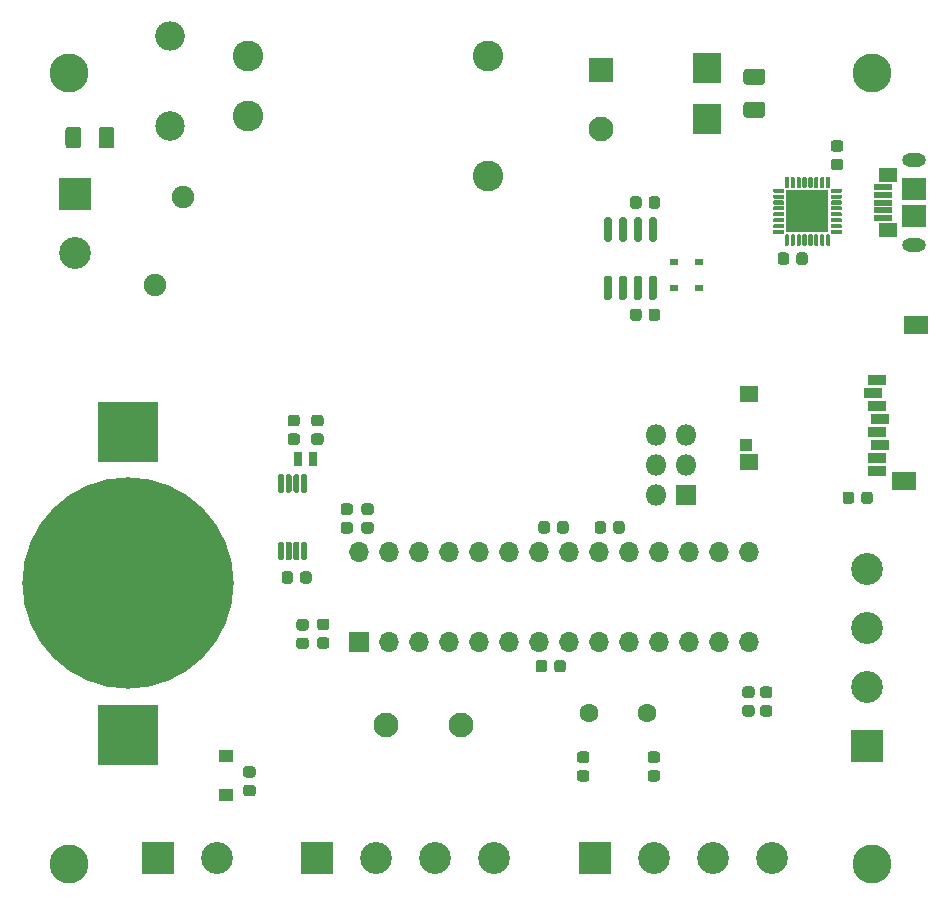
<source format=gbr>
%TF.GenerationSoftware,KiCad,Pcbnew,(5.1.6)-1*%
%TF.CreationDate,2021-11-03T21:47:23-07:00*%
%TF.ProjectId,well-monitor,77656c6c-2d6d-46f6-9e69-746f722e6b69,rev?*%
%TF.SameCoordinates,Original*%
%TF.FileFunction,Soldermask,Top*%
%TF.FilePolarity,Negative*%
%FSLAX46Y46*%
G04 Gerber Fmt 4.6, Leading zero omitted, Abs format (unit mm)*
G04 Created by KiCad (PCBNEW (5.1.6)-1) date 2021-11-03 21:47:23*
%MOMM*%
%LPD*%
G01*
G04 APERTURE LIST*
%ADD10O,2.500000X2.500000*%
%ADD11C,2.500000*%
%ADD12C,3.300000*%
%ADD13R,1.550000X1.250000*%
%ADD14O,2.000000X1.150000*%
%ADD15R,2.000000X1.850000*%
%ADD16R,1.500000X0.500000*%
%ADD17C,2.700000*%
%ADD18R,2.700000X2.700000*%
%ADD19C,17.900000*%
%ADD20R,5.200000X5.200000*%
%ADD21C,1.900000*%
%ADD22R,2.400000X2.600000*%
%ADD23C,2.100000*%
%ADD24R,2.100000X2.100000*%
%ADD25C,1.600000*%
%ADD26R,0.700000X1.300000*%
%ADD27R,3.550000X3.550000*%
%ADD28C,2.600000*%
%ADD29R,1.598600X0.912800*%
%ADD30R,1.039800X1.090600*%
%ADD31R,1.497000X1.395400*%
%ADD32R,2.005000X1.497000*%
%ADD33O,1.800000X1.800000*%
%ADD34R,1.800000X1.800000*%
%ADD35R,1.300000X1.000000*%
%ADD36R,0.700000X0.550000*%
%ADD37O,1.700000X1.700000*%
%ADD38R,1.700000X1.700000*%
G04 APERTURE END LIST*
D10*
%TO.C,R6*%
X108500000Y-45880000D03*
D11*
X108500000Y-53500000D03*
%TD*%
%TO.C,C15*%
G36*
G01*
X157345000Y-51475000D02*
X158655000Y-51475000D01*
G75*
G02*
X158925000Y-51745000I0J-270000D01*
G01*
X158925000Y-52555000D01*
G75*
G02*
X158655000Y-52825000I-270000J0D01*
G01*
X157345000Y-52825000D01*
G75*
G02*
X157075000Y-52555000I0J270000D01*
G01*
X157075000Y-51745000D01*
G75*
G02*
X157345000Y-51475000I270000J0D01*
G01*
G37*
G36*
G01*
X157345000Y-48675000D02*
X158655000Y-48675000D01*
G75*
G02*
X158925000Y-48945000I0J-270000D01*
G01*
X158925000Y-49755000D01*
G75*
G02*
X158655000Y-50025000I-270000J0D01*
G01*
X157345000Y-50025000D01*
G75*
G02*
X157075000Y-49755000I0J270000D01*
G01*
X157075000Y-48945000D01*
G75*
G02*
X157345000Y-48675000I270000J0D01*
G01*
G37*
%TD*%
D12*
%TO.C,H4*%
X100000000Y-116000000D03*
%TD*%
%TO.C,H3*%
X168000000Y-116000000D03*
%TD*%
%TO.C,H2*%
X168000000Y-49000000D03*
%TD*%
%TO.C,H1*%
X100000000Y-49000000D03*
%TD*%
D13*
%TO.C,J6*%
X169320000Y-62320000D03*
X169320000Y-57680000D03*
D14*
X171550000Y-56425000D03*
X171550000Y-63575000D03*
D15*
X171550000Y-61125000D03*
D16*
X168900000Y-60000000D03*
X168900000Y-59350000D03*
X168900000Y-58700000D03*
X168900000Y-61300000D03*
X168900000Y-60650000D03*
D15*
X171550000Y-58875000D03*
%TD*%
D17*
%TO.C,J8*%
X112500000Y-115500000D03*
D18*
X107500000Y-115500000D03*
%TD*%
D17*
%TO.C,J5*%
X100500000Y-64250000D03*
D18*
X100500000Y-59250000D03*
%TD*%
D17*
%TO.C,J3*%
X159500000Y-115500000D03*
X154500000Y-115500000D03*
X149500000Y-115500000D03*
D18*
X144500000Y-115500000D03*
%TD*%
D17*
%TO.C,J2*%
X136000000Y-115500000D03*
X131000000Y-115500000D03*
X126000000Y-115500000D03*
D18*
X121000000Y-115500000D03*
%TD*%
D17*
%TO.C,J1*%
X167500000Y-91000000D03*
X167500000Y-96000000D03*
X167500000Y-101000000D03*
D18*
X167500000Y-106000000D03*
%TD*%
D19*
%TO.C,BT1*%
X105000000Y-92250000D03*
D20*
X105000000Y-105050000D03*
X105000000Y-79450000D03*
%TD*%
D21*
%TO.C,RV1*%
X109650000Y-59500000D03*
X107250000Y-67000000D03*
%TD*%
D22*
%TO.C,D5*%
X154000000Y-52900000D03*
X154000000Y-48600000D03*
%TD*%
D23*
%TO.C,C16*%
X145000000Y-53750000D03*
D24*
X145000000Y-48750000D03*
%TD*%
D25*
%TO.C,Y2*%
X148880000Y-103250000D03*
X144000000Y-103250000D03*
%TD*%
D26*
%TO.C,Y1*%
X119400000Y-81750000D03*
X120600000Y-81750000D03*
%TD*%
%TO.C,U5*%
G36*
G01*
X119747512Y-88725000D02*
X119997512Y-88725000D01*
G75*
G02*
X120122512Y-88850000I0J-125000D01*
G01*
X120122512Y-90175000D01*
G75*
G02*
X119997512Y-90300000I-125000J0D01*
G01*
X119747512Y-90300000D01*
G75*
G02*
X119622512Y-90175000I0J125000D01*
G01*
X119622512Y-88850000D01*
G75*
G02*
X119747512Y-88725000I125000J0D01*
G01*
G37*
G36*
G01*
X119097512Y-88725000D02*
X119347512Y-88725000D01*
G75*
G02*
X119472512Y-88850000I0J-125000D01*
G01*
X119472512Y-90175000D01*
G75*
G02*
X119347512Y-90300000I-125000J0D01*
G01*
X119097512Y-90300000D01*
G75*
G02*
X118972512Y-90175000I0J125000D01*
G01*
X118972512Y-88850000D01*
G75*
G02*
X119097512Y-88725000I125000J0D01*
G01*
G37*
G36*
G01*
X118447512Y-88725000D02*
X118697512Y-88725000D01*
G75*
G02*
X118822512Y-88850000I0J-125000D01*
G01*
X118822512Y-90175000D01*
G75*
G02*
X118697512Y-90300000I-125000J0D01*
G01*
X118447512Y-90300000D01*
G75*
G02*
X118322512Y-90175000I0J125000D01*
G01*
X118322512Y-88850000D01*
G75*
G02*
X118447512Y-88725000I125000J0D01*
G01*
G37*
G36*
G01*
X117797512Y-88725000D02*
X118047512Y-88725000D01*
G75*
G02*
X118172512Y-88850000I0J-125000D01*
G01*
X118172512Y-90175000D01*
G75*
G02*
X118047512Y-90300000I-125000J0D01*
G01*
X117797512Y-90300000D01*
G75*
G02*
X117672512Y-90175000I0J125000D01*
G01*
X117672512Y-88850000D01*
G75*
G02*
X117797512Y-88725000I125000J0D01*
G01*
G37*
G36*
G01*
X117797512Y-83000000D02*
X118047512Y-83000000D01*
G75*
G02*
X118172512Y-83125000I0J-125000D01*
G01*
X118172512Y-84450000D01*
G75*
G02*
X118047512Y-84575000I-125000J0D01*
G01*
X117797512Y-84575000D01*
G75*
G02*
X117672512Y-84450000I0J125000D01*
G01*
X117672512Y-83125000D01*
G75*
G02*
X117797512Y-83000000I125000J0D01*
G01*
G37*
G36*
G01*
X118447512Y-83000000D02*
X118697512Y-83000000D01*
G75*
G02*
X118822512Y-83125000I0J-125000D01*
G01*
X118822512Y-84450000D01*
G75*
G02*
X118697512Y-84575000I-125000J0D01*
G01*
X118447512Y-84575000D01*
G75*
G02*
X118322512Y-84450000I0J125000D01*
G01*
X118322512Y-83125000D01*
G75*
G02*
X118447512Y-83000000I125000J0D01*
G01*
G37*
G36*
G01*
X119097512Y-83000000D02*
X119347512Y-83000000D01*
G75*
G02*
X119472512Y-83125000I0J-125000D01*
G01*
X119472512Y-84450000D01*
G75*
G02*
X119347512Y-84575000I-125000J0D01*
G01*
X119097512Y-84575000D01*
G75*
G02*
X118972512Y-84450000I0J125000D01*
G01*
X118972512Y-83125000D01*
G75*
G02*
X119097512Y-83000000I125000J0D01*
G01*
G37*
G36*
G01*
X119747512Y-83000000D02*
X119997512Y-83000000D01*
G75*
G02*
X120122512Y-83125000I0J-125000D01*
G01*
X120122512Y-84450000D01*
G75*
G02*
X119997512Y-84575000I-125000J0D01*
G01*
X119747512Y-84575000D01*
G75*
G02*
X119622512Y-84450000I0J125000D01*
G01*
X119622512Y-83125000D01*
G75*
G02*
X119747512Y-83000000I125000J0D01*
G01*
G37*
%TD*%
%TO.C,U4*%
G36*
G01*
X149230000Y-66200000D02*
X149580000Y-66200000D01*
G75*
G02*
X149755000Y-66375000I0J-175000D01*
G01*
X149755000Y-68075000D01*
G75*
G02*
X149580000Y-68250000I-175000J0D01*
G01*
X149230000Y-68250000D01*
G75*
G02*
X149055000Y-68075000I0J175000D01*
G01*
X149055000Y-66375000D01*
G75*
G02*
X149230000Y-66200000I175000J0D01*
G01*
G37*
G36*
G01*
X147960000Y-66200000D02*
X148310000Y-66200000D01*
G75*
G02*
X148485000Y-66375000I0J-175000D01*
G01*
X148485000Y-68075000D01*
G75*
G02*
X148310000Y-68250000I-175000J0D01*
G01*
X147960000Y-68250000D01*
G75*
G02*
X147785000Y-68075000I0J175000D01*
G01*
X147785000Y-66375000D01*
G75*
G02*
X147960000Y-66200000I175000J0D01*
G01*
G37*
G36*
G01*
X146690000Y-66200000D02*
X147040000Y-66200000D01*
G75*
G02*
X147215000Y-66375000I0J-175000D01*
G01*
X147215000Y-68075000D01*
G75*
G02*
X147040000Y-68250000I-175000J0D01*
G01*
X146690000Y-68250000D01*
G75*
G02*
X146515000Y-68075000I0J175000D01*
G01*
X146515000Y-66375000D01*
G75*
G02*
X146690000Y-66200000I175000J0D01*
G01*
G37*
G36*
G01*
X145420000Y-66200000D02*
X145770000Y-66200000D01*
G75*
G02*
X145945000Y-66375000I0J-175000D01*
G01*
X145945000Y-68075000D01*
G75*
G02*
X145770000Y-68250000I-175000J0D01*
G01*
X145420000Y-68250000D01*
G75*
G02*
X145245000Y-68075000I0J175000D01*
G01*
X145245000Y-66375000D01*
G75*
G02*
X145420000Y-66200000I175000J0D01*
G01*
G37*
G36*
G01*
X145420000Y-61250000D02*
X145770000Y-61250000D01*
G75*
G02*
X145945000Y-61425000I0J-175000D01*
G01*
X145945000Y-63125000D01*
G75*
G02*
X145770000Y-63300000I-175000J0D01*
G01*
X145420000Y-63300000D01*
G75*
G02*
X145245000Y-63125000I0J175000D01*
G01*
X145245000Y-61425000D01*
G75*
G02*
X145420000Y-61250000I175000J0D01*
G01*
G37*
G36*
G01*
X146690000Y-61250000D02*
X147040000Y-61250000D01*
G75*
G02*
X147215000Y-61425000I0J-175000D01*
G01*
X147215000Y-63125000D01*
G75*
G02*
X147040000Y-63300000I-175000J0D01*
G01*
X146690000Y-63300000D01*
G75*
G02*
X146515000Y-63125000I0J175000D01*
G01*
X146515000Y-61425000D01*
G75*
G02*
X146690000Y-61250000I175000J0D01*
G01*
G37*
G36*
G01*
X147960000Y-61250000D02*
X148310000Y-61250000D01*
G75*
G02*
X148485000Y-61425000I0J-175000D01*
G01*
X148485000Y-63125000D01*
G75*
G02*
X148310000Y-63300000I-175000J0D01*
G01*
X147960000Y-63300000D01*
G75*
G02*
X147785000Y-63125000I0J175000D01*
G01*
X147785000Y-61425000D01*
G75*
G02*
X147960000Y-61250000I175000J0D01*
G01*
G37*
G36*
G01*
X149230000Y-61250000D02*
X149580000Y-61250000D01*
G75*
G02*
X149755000Y-61425000I0J-175000D01*
G01*
X149755000Y-63125000D01*
G75*
G02*
X149580000Y-63300000I-175000J0D01*
G01*
X149230000Y-63300000D01*
G75*
G02*
X149055000Y-63125000I0J175000D01*
G01*
X149055000Y-61425000D01*
G75*
G02*
X149230000Y-61250000I175000J0D01*
G01*
G37*
%TD*%
D27*
%TO.C,U3*%
X162500000Y-60750000D03*
G36*
G01*
X160462500Y-62675000D02*
X159662500Y-62675000D01*
G75*
G02*
X159575000Y-62587500I0J87500D01*
G01*
X159575000Y-62412500D01*
G75*
G02*
X159662500Y-62325000I87500J0D01*
G01*
X160462500Y-62325000D01*
G75*
G02*
X160550000Y-62412500I0J-87500D01*
G01*
X160550000Y-62587500D01*
G75*
G02*
X160462500Y-62675000I-87500J0D01*
G01*
G37*
G36*
G01*
X160462500Y-62175000D02*
X159662500Y-62175000D01*
G75*
G02*
X159575000Y-62087500I0J87500D01*
G01*
X159575000Y-61912500D01*
G75*
G02*
X159662500Y-61825000I87500J0D01*
G01*
X160462500Y-61825000D01*
G75*
G02*
X160550000Y-61912500I0J-87500D01*
G01*
X160550000Y-62087500D01*
G75*
G02*
X160462500Y-62175000I-87500J0D01*
G01*
G37*
G36*
G01*
X160462500Y-61675000D02*
X159662500Y-61675000D01*
G75*
G02*
X159575000Y-61587500I0J87500D01*
G01*
X159575000Y-61412500D01*
G75*
G02*
X159662500Y-61325000I87500J0D01*
G01*
X160462500Y-61325000D01*
G75*
G02*
X160550000Y-61412500I0J-87500D01*
G01*
X160550000Y-61587500D01*
G75*
G02*
X160462500Y-61675000I-87500J0D01*
G01*
G37*
G36*
G01*
X160462500Y-61175000D02*
X159662500Y-61175000D01*
G75*
G02*
X159575000Y-61087500I0J87500D01*
G01*
X159575000Y-60912500D01*
G75*
G02*
X159662500Y-60825000I87500J0D01*
G01*
X160462500Y-60825000D01*
G75*
G02*
X160550000Y-60912500I0J-87500D01*
G01*
X160550000Y-61087500D01*
G75*
G02*
X160462500Y-61175000I-87500J0D01*
G01*
G37*
G36*
G01*
X160462500Y-60675000D02*
X159662500Y-60675000D01*
G75*
G02*
X159575000Y-60587500I0J87500D01*
G01*
X159575000Y-60412500D01*
G75*
G02*
X159662500Y-60325000I87500J0D01*
G01*
X160462500Y-60325000D01*
G75*
G02*
X160550000Y-60412500I0J-87500D01*
G01*
X160550000Y-60587500D01*
G75*
G02*
X160462500Y-60675000I-87500J0D01*
G01*
G37*
G36*
G01*
X160462500Y-60175000D02*
X159662500Y-60175000D01*
G75*
G02*
X159575000Y-60087500I0J87500D01*
G01*
X159575000Y-59912500D01*
G75*
G02*
X159662500Y-59825000I87500J0D01*
G01*
X160462500Y-59825000D01*
G75*
G02*
X160550000Y-59912500I0J-87500D01*
G01*
X160550000Y-60087500D01*
G75*
G02*
X160462500Y-60175000I-87500J0D01*
G01*
G37*
G36*
G01*
X160462500Y-59675000D02*
X159662500Y-59675000D01*
G75*
G02*
X159575000Y-59587500I0J87500D01*
G01*
X159575000Y-59412500D01*
G75*
G02*
X159662500Y-59325000I87500J0D01*
G01*
X160462500Y-59325000D01*
G75*
G02*
X160550000Y-59412500I0J-87500D01*
G01*
X160550000Y-59587500D01*
G75*
G02*
X160462500Y-59675000I-87500J0D01*
G01*
G37*
G36*
G01*
X160462500Y-59175000D02*
X159662500Y-59175000D01*
G75*
G02*
X159575000Y-59087500I0J87500D01*
G01*
X159575000Y-58912500D01*
G75*
G02*
X159662500Y-58825000I87500J0D01*
G01*
X160462500Y-58825000D01*
G75*
G02*
X160550000Y-58912500I0J-87500D01*
G01*
X160550000Y-59087500D01*
G75*
G02*
X160462500Y-59175000I-87500J0D01*
G01*
G37*
G36*
G01*
X160837500Y-58800000D02*
X160662500Y-58800000D01*
G75*
G02*
X160575000Y-58712500I0J87500D01*
G01*
X160575000Y-57912500D01*
G75*
G02*
X160662500Y-57825000I87500J0D01*
G01*
X160837500Y-57825000D01*
G75*
G02*
X160925000Y-57912500I0J-87500D01*
G01*
X160925000Y-58712500D01*
G75*
G02*
X160837500Y-58800000I-87500J0D01*
G01*
G37*
G36*
G01*
X161337500Y-58800000D02*
X161162500Y-58800000D01*
G75*
G02*
X161075000Y-58712500I0J87500D01*
G01*
X161075000Y-57912500D01*
G75*
G02*
X161162500Y-57825000I87500J0D01*
G01*
X161337500Y-57825000D01*
G75*
G02*
X161425000Y-57912500I0J-87500D01*
G01*
X161425000Y-58712500D01*
G75*
G02*
X161337500Y-58800000I-87500J0D01*
G01*
G37*
G36*
G01*
X161837500Y-58800000D02*
X161662500Y-58800000D01*
G75*
G02*
X161575000Y-58712500I0J87500D01*
G01*
X161575000Y-57912500D01*
G75*
G02*
X161662500Y-57825000I87500J0D01*
G01*
X161837500Y-57825000D01*
G75*
G02*
X161925000Y-57912500I0J-87500D01*
G01*
X161925000Y-58712500D01*
G75*
G02*
X161837500Y-58800000I-87500J0D01*
G01*
G37*
G36*
G01*
X162337500Y-58800000D02*
X162162500Y-58800000D01*
G75*
G02*
X162075000Y-58712500I0J87500D01*
G01*
X162075000Y-57912500D01*
G75*
G02*
X162162500Y-57825000I87500J0D01*
G01*
X162337500Y-57825000D01*
G75*
G02*
X162425000Y-57912500I0J-87500D01*
G01*
X162425000Y-58712500D01*
G75*
G02*
X162337500Y-58800000I-87500J0D01*
G01*
G37*
G36*
G01*
X162837500Y-58800000D02*
X162662500Y-58800000D01*
G75*
G02*
X162575000Y-58712500I0J87500D01*
G01*
X162575000Y-57912500D01*
G75*
G02*
X162662500Y-57825000I87500J0D01*
G01*
X162837500Y-57825000D01*
G75*
G02*
X162925000Y-57912500I0J-87500D01*
G01*
X162925000Y-58712500D01*
G75*
G02*
X162837500Y-58800000I-87500J0D01*
G01*
G37*
G36*
G01*
X163337500Y-58800000D02*
X163162500Y-58800000D01*
G75*
G02*
X163075000Y-58712500I0J87500D01*
G01*
X163075000Y-57912500D01*
G75*
G02*
X163162500Y-57825000I87500J0D01*
G01*
X163337500Y-57825000D01*
G75*
G02*
X163425000Y-57912500I0J-87500D01*
G01*
X163425000Y-58712500D01*
G75*
G02*
X163337500Y-58800000I-87500J0D01*
G01*
G37*
G36*
G01*
X163837500Y-58800000D02*
X163662500Y-58800000D01*
G75*
G02*
X163575000Y-58712500I0J87500D01*
G01*
X163575000Y-57912500D01*
G75*
G02*
X163662500Y-57825000I87500J0D01*
G01*
X163837500Y-57825000D01*
G75*
G02*
X163925000Y-57912500I0J-87500D01*
G01*
X163925000Y-58712500D01*
G75*
G02*
X163837500Y-58800000I-87500J0D01*
G01*
G37*
G36*
G01*
X164337500Y-58800000D02*
X164162500Y-58800000D01*
G75*
G02*
X164075000Y-58712500I0J87500D01*
G01*
X164075000Y-57912500D01*
G75*
G02*
X164162500Y-57825000I87500J0D01*
G01*
X164337500Y-57825000D01*
G75*
G02*
X164425000Y-57912500I0J-87500D01*
G01*
X164425000Y-58712500D01*
G75*
G02*
X164337500Y-58800000I-87500J0D01*
G01*
G37*
G36*
G01*
X165337500Y-59175000D02*
X164537500Y-59175000D01*
G75*
G02*
X164450000Y-59087500I0J87500D01*
G01*
X164450000Y-58912500D01*
G75*
G02*
X164537500Y-58825000I87500J0D01*
G01*
X165337500Y-58825000D01*
G75*
G02*
X165425000Y-58912500I0J-87500D01*
G01*
X165425000Y-59087500D01*
G75*
G02*
X165337500Y-59175000I-87500J0D01*
G01*
G37*
G36*
G01*
X165337500Y-59675000D02*
X164537500Y-59675000D01*
G75*
G02*
X164450000Y-59587500I0J87500D01*
G01*
X164450000Y-59412500D01*
G75*
G02*
X164537500Y-59325000I87500J0D01*
G01*
X165337500Y-59325000D01*
G75*
G02*
X165425000Y-59412500I0J-87500D01*
G01*
X165425000Y-59587500D01*
G75*
G02*
X165337500Y-59675000I-87500J0D01*
G01*
G37*
G36*
G01*
X165337500Y-60175000D02*
X164537500Y-60175000D01*
G75*
G02*
X164450000Y-60087500I0J87500D01*
G01*
X164450000Y-59912500D01*
G75*
G02*
X164537500Y-59825000I87500J0D01*
G01*
X165337500Y-59825000D01*
G75*
G02*
X165425000Y-59912500I0J-87500D01*
G01*
X165425000Y-60087500D01*
G75*
G02*
X165337500Y-60175000I-87500J0D01*
G01*
G37*
G36*
G01*
X165337500Y-60675000D02*
X164537500Y-60675000D01*
G75*
G02*
X164450000Y-60587500I0J87500D01*
G01*
X164450000Y-60412500D01*
G75*
G02*
X164537500Y-60325000I87500J0D01*
G01*
X165337500Y-60325000D01*
G75*
G02*
X165425000Y-60412500I0J-87500D01*
G01*
X165425000Y-60587500D01*
G75*
G02*
X165337500Y-60675000I-87500J0D01*
G01*
G37*
G36*
G01*
X165337500Y-61175000D02*
X164537500Y-61175000D01*
G75*
G02*
X164450000Y-61087500I0J87500D01*
G01*
X164450000Y-60912500D01*
G75*
G02*
X164537500Y-60825000I87500J0D01*
G01*
X165337500Y-60825000D01*
G75*
G02*
X165425000Y-60912500I0J-87500D01*
G01*
X165425000Y-61087500D01*
G75*
G02*
X165337500Y-61175000I-87500J0D01*
G01*
G37*
G36*
G01*
X165337500Y-61675000D02*
X164537500Y-61675000D01*
G75*
G02*
X164450000Y-61587500I0J87500D01*
G01*
X164450000Y-61412500D01*
G75*
G02*
X164537500Y-61325000I87500J0D01*
G01*
X165337500Y-61325000D01*
G75*
G02*
X165425000Y-61412500I0J-87500D01*
G01*
X165425000Y-61587500D01*
G75*
G02*
X165337500Y-61675000I-87500J0D01*
G01*
G37*
G36*
G01*
X165337500Y-62175000D02*
X164537500Y-62175000D01*
G75*
G02*
X164450000Y-62087500I0J87500D01*
G01*
X164450000Y-61912500D01*
G75*
G02*
X164537500Y-61825000I87500J0D01*
G01*
X165337500Y-61825000D01*
G75*
G02*
X165425000Y-61912500I0J-87500D01*
G01*
X165425000Y-62087500D01*
G75*
G02*
X165337500Y-62175000I-87500J0D01*
G01*
G37*
G36*
G01*
X165337500Y-62675000D02*
X164537500Y-62675000D01*
G75*
G02*
X164450000Y-62587500I0J87500D01*
G01*
X164450000Y-62412500D01*
G75*
G02*
X164537500Y-62325000I87500J0D01*
G01*
X165337500Y-62325000D01*
G75*
G02*
X165425000Y-62412500I0J-87500D01*
G01*
X165425000Y-62587500D01*
G75*
G02*
X165337500Y-62675000I-87500J0D01*
G01*
G37*
G36*
G01*
X164337500Y-63675000D02*
X164162500Y-63675000D01*
G75*
G02*
X164075000Y-63587500I0J87500D01*
G01*
X164075000Y-62787500D01*
G75*
G02*
X164162500Y-62700000I87500J0D01*
G01*
X164337500Y-62700000D01*
G75*
G02*
X164425000Y-62787500I0J-87500D01*
G01*
X164425000Y-63587500D01*
G75*
G02*
X164337500Y-63675000I-87500J0D01*
G01*
G37*
G36*
G01*
X163837500Y-63675000D02*
X163662500Y-63675000D01*
G75*
G02*
X163575000Y-63587500I0J87500D01*
G01*
X163575000Y-62787500D01*
G75*
G02*
X163662500Y-62700000I87500J0D01*
G01*
X163837500Y-62700000D01*
G75*
G02*
X163925000Y-62787500I0J-87500D01*
G01*
X163925000Y-63587500D01*
G75*
G02*
X163837500Y-63675000I-87500J0D01*
G01*
G37*
G36*
G01*
X163337500Y-63675000D02*
X163162500Y-63675000D01*
G75*
G02*
X163075000Y-63587500I0J87500D01*
G01*
X163075000Y-62787500D01*
G75*
G02*
X163162500Y-62700000I87500J0D01*
G01*
X163337500Y-62700000D01*
G75*
G02*
X163425000Y-62787500I0J-87500D01*
G01*
X163425000Y-63587500D01*
G75*
G02*
X163337500Y-63675000I-87500J0D01*
G01*
G37*
G36*
G01*
X162837500Y-63675000D02*
X162662500Y-63675000D01*
G75*
G02*
X162575000Y-63587500I0J87500D01*
G01*
X162575000Y-62787500D01*
G75*
G02*
X162662500Y-62700000I87500J0D01*
G01*
X162837500Y-62700000D01*
G75*
G02*
X162925000Y-62787500I0J-87500D01*
G01*
X162925000Y-63587500D01*
G75*
G02*
X162837500Y-63675000I-87500J0D01*
G01*
G37*
G36*
G01*
X162337500Y-63675000D02*
X162162500Y-63675000D01*
G75*
G02*
X162075000Y-63587500I0J87500D01*
G01*
X162075000Y-62787500D01*
G75*
G02*
X162162500Y-62700000I87500J0D01*
G01*
X162337500Y-62700000D01*
G75*
G02*
X162425000Y-62787500I0J-87500D01*
G01*
X162425000Y-63587500D01*
G75*
G02*
X162337500Y-63675000I-87500J0D01*
G01*
G37*
G36*
G01*
X161837500Y-63675000D02*
X161662500Y-63675000D01*
G75*
G02*
X161575000Y-63587500I0J87500D01*
G01*
X161575000Y-62787500D01*
G75*
G02*
X161662500Y-62700000I87500J0D01*
G01*
X161837500Y-62700000D01*
G75*
G02*
X161925000Y-62787500I0J-87500D01*
G01*
X161925000Y-63587500D01*
G75*
G02*
X161837500Y-63675000I-87500J0D01*
G01*
G37*
G36*
G01*
X161337500Y-63675000D02*
X161162500Y-63675000D01*
G75*
G02*
X161075000Y-63587500I0J87500D01*
G01*
X161075000Y-62787500D01*
G75*
G02*
X161162500Y-62700000I87500J0D01*
G01*
X161337500Y-62700000D01*
G75*
G02*
X161425000Y-62787500I0J-87500D01*
G01*
X161425000Y-63587500D01*
G75*
G02*
X161337500Y-63675000I-87500J0D01*
G01*
G37*
G36*
G01*
X160837500Y-63675000D02*
X160662500Y-63675000D01*
G75*
G02*
X160575000Y-63587500I0J87500D01*
G01*
X160575000Y-62787500D01*
G75*
G02*
X160662500Y-62700000I87500J0D01*
G01*
X160837500Y-62700000D01*
G75*
G02*
X160925000Y-62787500I0J-87500D01*
G01*
X160925000Y-63587500D01*
G75*
G02*
X160837500Y-63675000I-87500J0D01*
G01*
G37*
%TD*%
D28*
%TO.C,U2*%
X135410000Y-47590000D03*
X115090000Y-52670000D03*
X115090000Y-47590000D03*
X135410000Y-57750000D03*
%TD*%
D23*
%TO.C,SW1*%
X133200000Y-104250000D03*
X126800000Y-104250000D03*
%TD*%
%TO.C,R5*%
G36*
G01*
X158718750Y-102550000D02*
X159281250Y-102550000D01*
G75*
G02*
X159525000Y-102793750I0J-243750D01*
G01*
X159525000Y-103281250D01*
G75*
G02*
X159281250Y-103525000I-243750J0D01*
G01*
X158718750Y-103525000D01*
G75*
G02*
X158475000Y-103281250I0J243750D01*
G01*
X158475000Y-102793750D01*
G75*
G02*
X158718750Y-102550000I243750J0D01*
G01*
G37*
G36*
G01*
X158718750Y-100975000D02*
X159281250Y-100975000D01*
G75*
G02*
X159525000Y-101218750I0J-243750D01*
G01*
X159525000Y-101706250D01*
G75*
G02*
X159281250Y-101950000I-243750J0D01*
G01*
X158718750Y-101950000D01*
G75*
G02*
X158475000Y-101706250I0J243750D01*
G01*
X158475000Y-101218750D01*
G75*
G02*
X158718750Y-100975000I243750J0D01*
G01*
G37*
%TD*%
%TO.C,R4*%
G36*
G01*
X123218750Y-87050000D02*
X123781250Y-87050000D01*
G75*
G02*
X124025000Y-87293750I0J-243750D01*
G01*
X124025000Y-87781250D01*
G75*
G02*
X123781250Y-88025000I-243750J0D01*
G01*
X123218750Y-88025000D01*
G75*
G02*
X122975000Y-87781250I0J243750D01*
G01*
X122975000Y-87293750D01*
G75*
G02*
X123218750Y-87050000I243750J0D01*
G01*
G37*
G36*
G01*
X123218750Y-85475000D02*
X123781250Y-85475000D01*
G75*
G02*
X124025000Y-85718750I0J-243750D01*
G01*
X124025000Y-86206250D01*
G75*
G02*
X123781250Y-86450000I-243750J0D01*
G01*
X123218750Y-86450000D01*
G75*
G02*
X122975000Y-86206250I0J243750D01*
G01*
X122975000Y-85718750D01*
G75*
G02*
X123218750Y-85475000I243750J0D01*
G01*
G37*
%TD*%
%TO.C,R3*%
G36*
G01*
X125531250Y-86450000D02*
X124968750Y-86450000D01*
G75*
G02*
X124725000Y-86206250I0J243750D01*
G01*
X124725000Y-85718750D01*
G75*
G02*
X124968750Y-85475000I243750J0D01*
G01*
X125531250Y-85475000D01*
G75*
G02*
X125775000Y-85718750I0J-243750D01*
G01*
X125775000Y-86206250D01*
G75*
G02*
X125531250Y-86450000I-243750J0D01*
G01*
G37*
G36*
G01*
X125531250Y-88025000D02*
X124968750Y-88025000D01*
G75*
G02*
X124725000Y-87781250I0J243750D01*
G01*
X124725000Y-87293750D01*
G75*
G02*
X124968750Y-87050000I243750J0D01*
G01*
X125531250Y-87050000D01*
G75*
G02*
X125775000Y-87293750I0J-243750D01*
G01*
X125775000Y-87781250D01*
G75*
G02*
X125531250Y-88025000I-243750J0D01*
G01*
G37*
%TD*%
%TO.C,R2*%
G36*
G01*
X119468750Y-96837500D02*
X120031250Y-96837500D01*
G75*
G02*
X120275000Y-97081250I0J-243750D01*
G01*
X120275000Y-97568750D01*
G75*
G02*
X120031250Y-97812500I-243750J0D01*
G01*
X119468750Y-97812500D01*
G75*
G02*
X119225000Y-97568750I0J243750D01*
G01*
X119225000Y-97081250D01*
G75*
G02*
X119468750Y-96837500I243750J0D01*
G01*
G37*
G36*
G01*
X119468750Y-95262500D02*
X120031250Y-95262500D01*
G75*
G02*
X120275000Y-95506250I0J-243750D01*
G01*
X120275000Y-95993750D01*
G75*
G02*
X120031250Y-96237500I-243750J0D01*
G01*
X119468750Y-96237500D01*
G75*
G02*
X119225000Y-95993750I0J243750D01*
G01*
X119225000Y-95506250D01*
G75*
G02*
X119468750Y-95262500I243750J0D01*
G01*
G37*
%TD*%
%TO.C,R1*%
G36*
G01*
X114968750Y-109300000D02*
X115531250Y-109300000D01*
G75*
G02*
X115775000Y-109543750I0J-243750D01*
G01*
X115775000Y-110031250D01*
G75*
G02*
X115531250Y-110275000I-243750J0D01*
G01*
X114968750Y-110275000D01*
G75*
G02*
X114725000Y-110031250I0J243750D01*
G01*
X114725000Y-109543750D01*
G75*
G02*
X114968750Y-109300000I243750J0D01*
G01*
G37*
G36*
G01*
X114968750Y-107725000D02*
X115531250Y-107725000D01*
G75*
G02*
X115775000Y-107968750I0J-243750D01*
G01*
X115775000Y-108456250D01*
G75*
G02*
X115531250Y-108700000I-243750J0D01*
G01*
X114968750Y-108700000D01*
G75*
G02*
X114725000Y-108456250I0J243750D01*
G01*
X114725000Y-107968750D01*
G75*
G02*
X114968750Y-107725000I243750J0D01*
G01*
G37*
%TD*%
D29*
%TO.C,J7*%
X168415400Y-75059999D03*
X168015401Y-76159999D03*
X168415400Y-77259999D03*
X168615400Y-78360000D03*
X168415400Y-79460000D03*
X168615400Y-80560000D03*
X168415400Y-81659884D03*
X168415400Y-82759884D03*
D30*
X157330401Y-80560064D03*
D31*
X157555400Y-81950000D03*
X157555400Y-76250000D03*
D32*
X170705401Y-83549999D03*
X171705402Y-70400001D03*
%TD*%
D33*
%TO.C,J4*%
X149710000Y-79670000D03*
X152250000Y-79670000D03*
X149710000Y-82210000D03*
X152250000Y-82210000D03*
X149710000Y-84750000D03*
D34*
X152250000Y-84750000D03*
%TD*%
%TO.C,F1*%
G36*
G01*
X101025000Y-53845000D02*
X101025000Y-55155000D01*
G75*
G02*
X100755000Y-55425000I-270000J0D01*
G01*
X99945000Y-55425000D01*
G75*
G02*
X99675000Y-55155000I0J270000D01*
G01*
X99675000Y-53845000D01*
G75*
G02*
X99945000Y-53575000I270000J0D01*
G01*
X100755000Y-53575000D01*
G75*
G02*
X101025000Y-53845000I0J-270000D01*
G01*
G37*
G36*
G01*
X103825000Y-53845000D02*
X103825000Y-55155000D01*
G75*
G02*
X103555000Y-55425000I-270000J0D01*
G01*
X102745000Y-55425000D01*
G75*
G02*
X102475000Y-55155000I0J270000D01*
G01*
X102475000Y-53845000D01*
G75*
G02*
X102745000Y-53575000I270000J0D01*
G01*
X103555000Y-53575000D01*
G75*
G02*
X103825000Y-53845000I0J-270000D01*
G01*
G37*
%TD*%
%TO.C,D4*%
G36*
G01*
X157781250Y-101950000D02*
X157218750Y-101950000D01*
G75*
G02*
X156975000Y-101706250I0J243750D01*
G01*
X156975000Y-101218750D01*
G75*
G02*
X157218750Y-100975000I243750J0D01*
G01*
X157781250Y-100975000D01*
G75*
G02*
X158025000Y-101218750I0J-243750D01*
G01*
X158025000Y-101706250D01*
G75*
G02*
X157781250Y-101950000I-243750J0D01*
G01*
G37*
G36*
G01*
X157781250Y-103525000D02*
X157218750Y-103525000D01*
G75*
G02*
X156975000Y-103281250I0J243750D01*
G01*
X156975000Y-102793750D01*
G75*
G02*
X157218750Y-102550000I243750J0D01*
G01*
X157781250Y-102550000D01*
G75*
G02*
X158025000Y-102793750I0J-243750D01*
G01*
X158025000Y-103281250D01*
G75*
G02*
X157781250Y-103525000I-243750J0D01*
G01*
G37*
%TD*%
D35*
%TO.C,D3*%
X113250000Y-106850000D03*
X113250000Y-110150000D03*
%TD*%
D36*
%TO.C,D2*%
X153300000Y-65000000D03*
X151200000Y-65000000D03*
%TD*%
%TO.C,D1*%
X153300000Y-67250000D03*
X151200000Y-67250000D03*
%TD*%
%TO.C,C14*%
G36*
G01*
X149218750Y-108050000D02*
X149781250Y-108050000D01*
G75*
G02*
X150025000Y-108293750I0J-243750D01*
G01*
X150025000Y-108781250D01*
G75*
G02*
X149781250Y-109025000I-243750J0D01*
G01*
X149218750Y-109025000D01*
G75*
G02*
X148975000Y-108781250I0J243750D01*
G01*
X148975000Y-108293750D01*
G75*
G02*
X149218750Y-108050000I243750J0D01*
G01*
G37*
G36*
G01*
X149218750Y-106475000D02*
X149781250Y-106475000D01*
G75*
G02*
X150025000Y-106718750I0J-243750D01*
G01*
X150025000Y-107206250D01*
G75*
G02*
X149781250Y-107450000I-243750J0D01*
G01*
X149218750Y-107450000D01*
G75*
G02*
X148975000Y-107206250I0J243750D01*
G01*
X148975000Y-106718750D01*
G75*
G02*
X149218750Y-106475000I243750J0D01*
G01*
G37*
%TD*%
%TO.C,C13*%
G36*
G01*
X143781250Y-107450000D02*
X143218750Y-107450000D01*
G75*
G02*
X142975000Y-107206250I0J243750D01*
G01*
X142975000Y-106718750D01*
G75*
G02*
X143218750Y-106475000I243750J0D01*
G01*
X143781250Y-106475000D01*
G75*
G02*
X144025000Y-106718750I0J-243750D01*
G01*
X144025000Y-107206250D01*
G75*
G02*
X143781250Y-107450000I-243750J0D01*
G01*
G37*
G36*
G01*
X143781250Y-109025000D02*
X143218750Y-109025000D01*
G75*
G02*
X142975000Y-108781250I0J243750D01*
G01*
X142975000Y-108293750D01*
G75*
G02*
X143218750Y-108050000I243750J0D01*
G01*
X143781250Y-108050000D01*
G75*
G02*
X144025000Y-108293750I0J-243750D01*
G01*
X144025000Y-108781250D01*
G75*
G02*
X143781250Y-109025000I-243750J0D01*
G01*
G37*
%TD*%
%TO.C,C12*%
G36*
G01*
X119550000Y-92031250D02*
X119550000Y-91468750D01*
G75*
G02*
X119793750Y-91225000I243750J0D01*
G01*
X120281250Y-91225000D01*
G75*
G02*
X120525000Y-91468750I0J-243750D01*
G01*
X120525000Y-92031250D01*
G75*
G02*
X120281250Y-92275000I-243750J0D01*
G01*
X119793750Y-92275000D01*
G75*
G02*
X119550000Y-92031250I0J243750D01*
G01*
G37*
G36*
G01*
X117975000Y-92031250D02*
X117975000Y-91468750D01*
G75*
G02*
X118218750Y-91225000I243750J0D01*
G01*
X118706250Y-91225000D01*
G75*
G02*
X118950000Y-91468750I0J-243750D01*
G01*
X118950000Y-92031250D01*
G75*
G02*
X118706250Y-92275000I-243750J0D01*
G01*
X118218750Y-92275000D01*
G75*
G02*
X117975000Y-92031250I0J243750D01*
G01*
G37*
%TD*%
%TO.C,C11*%
G36*
G01*
X146050000Y-87781250D02*
X146050000Y-87218750D01*
G75*
G02*
X146293750Y-86975000I243750J0D01*
G01*
X146781250Y-86975000D01*
G75*
G02*
X147025000Y-87218750I0J-243750D01*
G01*
X147025000Y-87781250D01*
G75*
G02*
X146781250Y-88025000I-243750J0D01*
G01*
X146293750Y-88025000D01*
G75*
G02*
X146050000Y-87781250I0J243750D01*
G01*
G37*
G36*
G01*
X144475000Y-87781250D02*
X144475000Y-87218750D01*
G75*
G02*
X144718750Y-86975000I243750J0D01*
G01*
X145206250Y-86975000D01*
G75*
G02*
X145450000Y-87218750I0J-243750D01*
G01*
X145450000Y-87781250D01*
G75*
G02*
X145206250Y-88025000I-243750J0D01*
G01*
X144718750Y-88025000D01*
G75*
G02*
X144475000Y-87781250I0J243750D01*
G01*
G37*
%TD*%
%TO.C,C10*%
G36*
G01*
X140450000Y-98968750D02*
X140450000Y-99531250D01*
G75*
G02*
X140206250Y-99775000I-243750J0D01*
G01*
X139718750Y-99775000D01*
G75*
G02*
X139475000Y-99531250I0J243750D01*
G01*
X139475000Y-98968750D01*
G75*
G02*
X139718750Y-98725000I243750J0D01*
G01*
X140206250Y-98725000D01*
G75*
G02*
X140450000Y-98968750I0J-243750D01*
G01*
G37*
G36*
G01*
X142025000Y-98968750D02*
X142025000Y-99531250D01*
G75*
G02*
X141781250Y-99775000I-243750J0D01*
G01*
X141293750Y-99775000D01*
G75*
G02*
X141050000Y-99531250I0J243750D01*
G01*
X141050000Y-98968750D01*
G75*
G02*
X141293750Y-98725000I243750J0D01*
G01*
X141781250Y-98725000D01*
G75*
G02*
X142025000Y-98968750I0J-243750D01*
G01*
G37*
%TD*%
%TO.C,C9*%
G36*
G01*
X160950000Y-64468750D02*
X160950000Y-65031250D01*
G75*
G02*
X160706250Y-65275000I-243750J0D01*
G01*
X160218750Y-65275000D01*
G75*
G02*
X159975000Y-65031250I0J243750D01*
G01*
X159975000Y-64468750D01*
G75*
G02*
X160218750Y-64225000I243750J0D01*
G01*
X160706250Y-64225000D01*
G75*
G02*
X160950000Y-64468750I0J-243750D01*
G01*
G37*
G36*
G01*
X162525000Y-64468750D02*
X162525000Y-65031250D01*
G75*
G02*
X162281250Y-65275000I-243750J0D01*
G01*
X161793750Y-65275000D01*
G75*
G02*
X161550000Y-65031250I0J243750D01*
G01*
X161550000Y-64468750D01*
G75*
G02*
X161793750Y-64225000I243750J0D01*
G01*
X162281250Y-64225000D01*
G75*
G02*
X162525000Y-64468750I0J-243750D01*
G01*
G37*
%TD*%
%TO.C,C8*%
G36*
G01*
X166450000Y-84718750D02*
X166450000Y-85281250D01*
G75*
G02*
X166206250Y-85525000I-243750J0D01*
G01*
X165718750Y-85525000D01*
G75*
G02*
X165475000Y-85281250I0J243750D01*
G01*
X165475000Y-84718750D01*
G75*
G02*
X165718750Y-84475000I243750J0D01*
G01*
X166206250Y-84475000D01*
G75*
G02*
X166450000Y-84718750I0J-243750D01*
G01*
G37*
G36*
G01*
X168025000Y-84718750D02*
X168025000Y-85281250D01*
G75*
G02*
X167781250Y-85525000I-243750J0D01*
G01*
X167293750Y-85525000D01*
G75*
G02*
X167050000Y-85281250I0J243750D01*
G01*
X167050000Y-84718750D01*
G75*
G02*
X167293750Y-84475000I243750J0D01*
G01*
X167781250Y-84475000D01*
G75*
G02*
X168025000Y-84718750I0J-243750D01*
G01*
G37*
%TD*%
%TO.C,C7*%
G36*
G01*
X141300000Y-87781250D02*
X141300000Y-87218750D01*
G75*
G02*
X141543750Y-86975000I243750J0D01*
G01*
X142031250Y-86975000D01*
G75*
G02*
X142275000Y-87218750I0J-243750D01*
G01*
X142275000Y-87781250D01*
G75*
G02*
X142031250Y-88025000I-243750J0D01*
G01*
X141543750Y-88025000D01*
G75*
G02*
X141300000Y-87781250I0J243750D01*
G01*
G37*
G36*
G01*
X139725000Y-87781250D02*
X139725000Y-87218750D01*
G75*
G02*
X139968750Y-86975000I243750J0D01*
G01*
X140456250Y-86975000D01*
G75*
G02*
X140700000Y-87218750I0J-243750D01*
G01*
X140700000Y-87781250D01*
G75*
G02*
X140456250Y-88025000I-243750J0D01*
G01*
X139968750Y-88025000D01*
G75*
G02*
X139725000Y-87781250I0J243750D01*
G01*
G37*
%TD*%
%TO.C,C6*%
G36*
G01*
X121218750Y-96800000D02*
X121781250Y-96800000D01*
G75*
G02*
X122025000Y-97043750I0J-243750D01*
G01*
X122025000Y-97531250D01*
G75*
G02*
X121781250Y-97775000I-243750J0D01*
G01*
X121218750Y-97775000D01*
G75*
G02*
X120975000Y-97531250I0J243750D01*
G01*
X120975000Y-97043750D01*
G75*
G02*
X121218750Y-96800000I243750J0D01*
G01*
G37*
G36*
G01*
X121218750Y-95225000D02*
X121781250Y-95225000D01*
G75*
G02*
X122025000Y-95468750I0J-243750D01*
G01*
X122025000Y-95956250D01*
G75*
G02*
X121781250Y-96200000I-243750J0D01*
G01*
X121218750Y-96200000D01*
G75*
G02*
X120975000Y-95956250I0J243750D01*
G01*
X120975000Y-95468750D01*
G75*
G02*
X121218750Y-95225000I243750J0D01*
G01*
G37*
%TD*%
%TO.C,C5*%
G36*
G01*
X119281250Y-78950000D02*
X118718750Y-78950000D01*
G75*
G02*
X118475000Y-78706250I0J243750D01*
G01*
X118475000Y-78218750D01*
G75*
G02*
X118718750Y-77975000I243750J0D01*
G01*
X119281250Y-77975000D01*
G75*
G02*
X119525000Y-78218750I0J-243750D01*
G01*
X119525000Y-78706250D01*
G75*
G02*
X119281250Y-78950000I-243750J0D01*
G01*
G37*
G36*
G01*
X119281250Y-80525000D02*
X118718750Y-80525000D01*
G75*
G02*
X118475000Y-80281250I0J243750D01*
G01*
X118475000Y-79793750D01*
G75*
G02*
X118718750Y-79550000I243750J0D01*
G01*
X119281250Y-79550000D01*
G75*
G02*
X119525000Y-79793750I0J-243750D01*
G01*
X119525000Y-80281250D01*
G75*
G02*
X119281250Y-80525000I-243750J0D01*
G01*
G37*
%TD*%
%TO.C,C4*%
G36*
G01*
X120718750Y-79550000D02*
X121281250Y-79550000D01*
G75*
G02*
X121525000Y-79793750I0J-243750D01*
G01*
X121525000Y-80281250D01*
G75*
G02*
X121281250Y-80525000I-243750J0D01*
G01*
X120718750Y-80525000D01*
G75*
G02*
X120475000Y-80281250I0J243750D01*
G01*
X120475000Y-79793750D01*
G75*
G02*
X120718750Y-79550000I243750J0D01*
G01*
G37*
G36*
G01*
X120718750Y-77975000D02*
X121281250Y-77975000D01*
G75*
G02*
X121525000Y-78218750I0J-243750D01*
G01*
X121525000Y-78706250D01*
G75*
G02*
X121281250Y-78950000I-243750J0D01*
G01*
X120718750Y-78950000D01*
G75*
G02*
X120475000Y-78706250I0J243750D01*
G01*
X120475000Y-78218750D01*
G75*
G02*
X120718750Y-77975000I243750J0D01*
G01*
G37*
%TD*%
%TO.C,C3*%
G36*
G01*
X148450000Y-59718750D02*
X148450000Y-60281250D01*
G75*
G02*
X148206250Y-60525000I-243750J0D01*
G01*
X147718750Y-60525000D01*
G75*
G02*
X147475000Y-60281250I0J243750D01*
G01*
X147475000Y-59718750D01*
G75*
G02*
X147718750Y-59475000I243750J0D01*
G01*
X148206250Y-59475000D01*
G75*
G02*
X148450000Y-59718750I0J-243750D01*
G01*
G37*
G36*
G01*
X150025000Y-59718750D02*
X150025000Y-60281250D01*
G75*
G02*
X149781250Y-60525000I-243750J0D01*
G01*
X149293750Y-60525000D01*
G75*
G02*
X149050000Y-60281250I0J243750D01*
G01*
X149050000Y-59718750D01*
G75*
G02*
X149293750Y-59475000I243750J0D01*
G01*
X149781250Y-59475000D01*
G75*
G02*
X150025000Y-59718750I0J-243750D01*
G01*
G37*
%TD*%
%TO.C,C2*%
G36*
G01*
X148450000Y-69218750D02*
X148450000Y-69781250D01*
G75*
G02*
X148206250Y-70025000I-243750J0D01*
G01*
X147718750Y-70025000D01*
G75*
G02*
X147475000Y-69781250I0J243750D01*
G01*
X147475000Y-69218750D01*
G75*
G02*
X147718750Y-68975000I243750J0D01*
G01*
X148206250Y-68975000D01*
G75*
G02*
X148450000Y-69218750I0J-243750D01*
G01*
G37*
G36*
G01*
X150025000Y-69218750D02*
X150025000Y-69781250D01*
G75*
G02*
X149781250Y-70025000I-243750J0D01*
G01*
X149293750Y-70025000D01*
G75*
G02*
X149050000Y-69781250I0J243750D01*
G01*
X149050000Y-69218750D01*
G75*
G02*
X149293750Y-68975000I243750J0D01*
G01*
X149781250Y-68975000D01*
G75*
G02*
X150025000Y-69218750I0J-243750D01*
G01*
G37*
%TD*%
%TO.C,C1*%
G36*
G01*
X165281250Y-55700000D02*
X164718750Y-55700000D01*
G75*
G02*
X164475000Y-55456250I0J243750D01*
G01*
X164475000Y-54968750D01*
G75*
G02*
X164718750Y-54725000I243750J0D01*
G01*
X165281250Y-54725000D01*
G75*
G02*
X165525000Y-54968750I0J-243750D01*
G01*
X165525000Y-55456250D01*
G75*
G02*
X165281250Y-55700000I-243750J0D01*
G01*
G37*
G36*
G01*
X165281250Y-57275000D02*
X164718750Y-57275000D01*
G75*
G02*
X164475000Y-57031250I0J243750D01*
G01*
X164475000Y-56543750D01*
G75*
G02*
X164718750Y-56300000I243750J0D01*
G01*
X165281250Y-56300000D01*
G75*
G02*
X165525000Y-56543750I0J-243750D01*
G01*
X165525000Y-57031250D01*
G75*
G02*
X165281250Y-57275000I-243750J0D01*
G01*
G37*
%TD*%
D37*
%TO.C,U1*%
X124500000Y-89630000D03*
X157520000Y-97250000D03*
X127040000Y-89630000D03*
X154980000Y-97250000D03*
X129580000Y-89630000D03*
X152440000Y-97250000D03*
X132120000Y-89630000D03*
X149900000Y-97250000D03*
X134660000Y-89630000D03*
X147360000Y-97250000D03*
X137200000Y-89630000D03*
X144820000Y-97250000D03*
X139740000Y-89630000D03*
X142280000Y-97250000D03*
X142280000Y-89630000D03*
X139740000Y-97250000D03*
X144820000Y-89630000D03*
X137200000Y-97250000D03*
X147360000Y-89630000D03*
X134660000Y-97250000D03*
X149900000Y-89630000D03*
X132120000Y-97250000D03*
X152440000Y-89630000D03*
X129580000Y-97250000D03*
X154980000Y-89630000D03*
X127040000Y-97250000D03*
X157520000Y-89630000D03*
D38*
X124500000Y-97250000D03*
%TD*%
M02*

</source>
